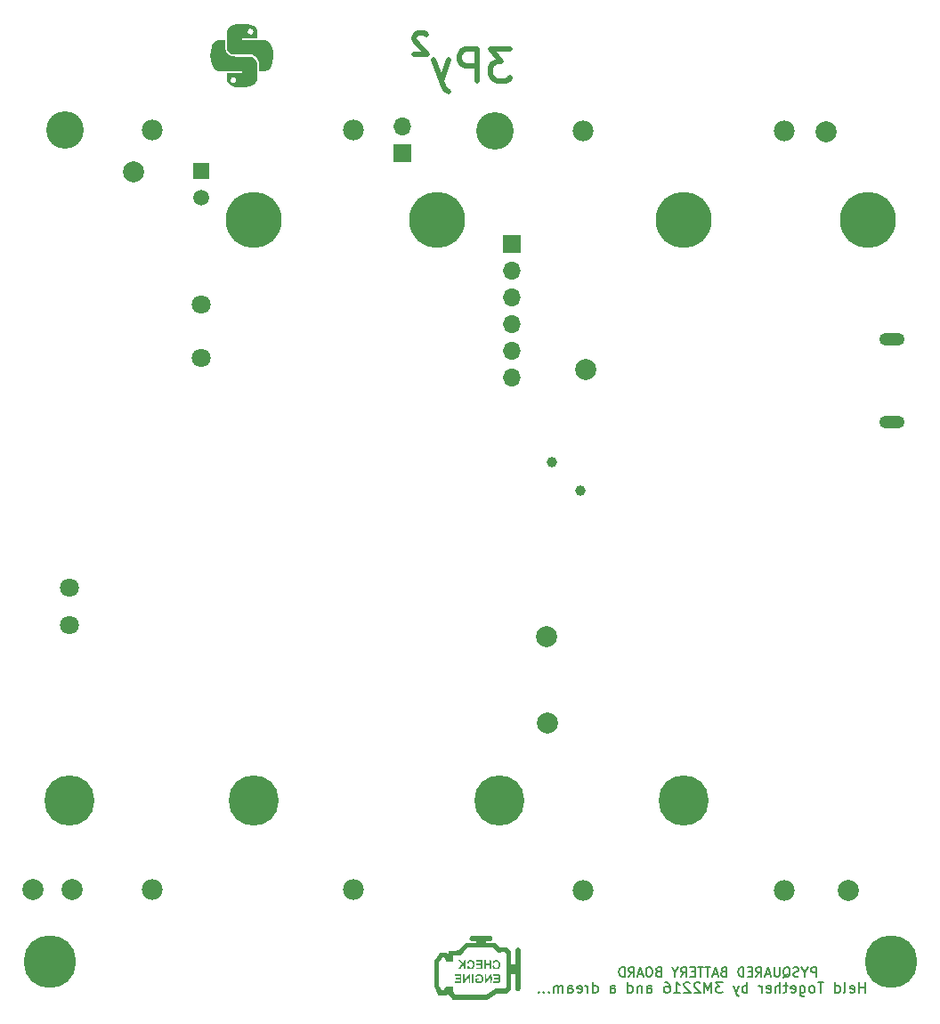
<source format=gbr>
%TF.GenerationSoftware,KiCad,Pcbnew,8.0.2-1*%
%TF.CreationDate,2024-06-05T23:36:57-07:00*%
%TF.ProjectId,Battery_Board_V3a,42617474-6572-4795-9f42-6f6172645f56,rev?*%
%TF.SameCoordinates,Original*%
%TF.FileFunction,Soldermask,Bot*%
%TF.FilePolarity,Negative*%
%FSLAX46Y46*%
G04 Gerber Fmt 4.6, Leading zero omitted, Abs format (unit mm)*
G04 Created by KiCad (PCBNEW 8.0.2-1) date 2024-06-05 23:36:57*
%MOMM*%
%LPD*%
G01*
G04 APERTURE LIST*
%ADD10C,0.500000*%
%ADD11C,0.150000*%
%ADD12C,0.000000*%
%ADD13C,5.000000*%
%ADD14C,2.000000*%
%ADD15R,1.700000X1.700000*%
%ADD16O,1.700000X1.700000*%
%ADD17C,1.800000*%
%ADD18O,2.416000X1.208000*%
%ADD19C,1.000000*%
%ADD20R,1.508000X1.508000*%
%ADD21C,1.508000*%
%ADD22C,4.770000*%
%ADD23C,5.325000*%
%ADD24C,3.570000*%
%ADD25C,1.980000*%
G04 APERTURE END LIST*
D10*
X158278056Y-44742257D02*
X156420913Y-44742257D01*
X156420913Y-44742257D02*
X157420913Y-45885114D01*
X157420913Y-45885114D02*
X156992342Y-45885114D01*
X156992342Y-45885114D02*
X156706628Y-46027971D01*
X156706628Y-46027971D02*
X156563770Y-46170828D01*
X156563770Y-46170828D02*
X156420913Y-46456542D01*
X156420913Y-46456542D02*
X156420913Y-47170828D01*
X156420913Y-47170828D02*
X156563770Y-47456542D01*
X156563770Y-47456542D02*
X156706628Y-47599400D01*
X156706628Y-47599400D02*
X156992342Y-47742257D01*
X156992342Y-47742257D02*
X157849485Y-47742257D01*
X157849485Y-47742257D02*
X158135199Y-47599400D01*
X158135199Y-47599400D02*
X158278056Y-47456542D01*
X155135199Y-47742257D02*
X155135199Y-44742257D01*
X155135199Y-44742257D02*
X153992342Y-44742257D01*
X153992342Y-44742257D02*
X153706627Y-44885114D01*
X153706627Y-44885114D02*
X153563770Y-45027971D01*
X153563770Y-45027971D02*
X153420913Y-45313685D01*
X153420913Y-45313685D02*
X153420913Y-45742257D01*
X153420913Y-45742257D02*
X153563770Y-46027971D01*
X153563770Y-46027971D02*
X153706627Y-46170828D01*
X153706627Y-46170828D02*
X153992342Y-46313685D01*
X153992342Y-46313685D02*
X155135199Y-46313685D01*
X152420913Y-45742257D02*
X151706627Y-47742257D01*
X150992342Y-45742257D02*
X151706627Y-47742257D01*
X151706627Y-47742257D02*
X151992342Y-48456542D01*
X151992342Y-48456542D02*
X152135199Y-48599400D01*
X152135199Y-48599400D02*
X152420913Y-48742257D01*
X150279028Y-43387314D02*
X150183790Y-43292076D01*
X150183790Y-43292076D02*
X149993314Y-43196838D01*
X149993314Y-43196838D02*
X149517123Y-43196838D01*
X149517123Y-43196838D02*
X149326647Y-43292076D01*
X149326647Y-43292076D02*
X149231409Y-43387314D01*
X149231409Y-43387314D02*
X149136171Y-43577790D01*
X149136171Y-43577790D02*
X149136171Y-43768266D01*
X149136171Y-43768266D02*
X149231409Y-44053980D01*
X149231409Y-44053980D02*
X150374266Y-45196838D01*
X150374266Y-45196838D02*
X149136171Y-45196838D01*
D11*
X187342857Y-132908557D02*
X187342857Y-132008557D01*
X187342857Y-132008557D02*
X187000000Y-132008557D01*
X187000000Y-132008557D02*
X186914285Y-132051414D01*
X186914285Y-132051414D02*
X186871428Y-132094271D01*
X186871428Y-132094271D02*
X186828571Y-132179985D01*
X186828571Y-132179985D02*
X186828571Y-132308557D01*
X186828571Y-132308557D02*
X186871428Y-132394271D01*
X186871428Y-132394271D02*
X186914285Y-132437128D01*
X186914285Y-132437128D02*
X187000000Y-132479985D01*
X187000000Y-132479985D02*
X187342857Y-132479985D01*
X186271428Y-132479985D02*
X186271428Y-132908557D01*
X186571428Y-132008557D02*
X186271428Y-132479985D01*
X186271428Y-132479985D02*
X185971428Y-132008557D01*
X185714285Y-132865700D02*
X185585714Y-132908557D01*
X185585714Y-132908557D02*
X185371428Y-132908557D01*
X185371428Y-132908557D02*
X185285714Y-132865700D01*
X185285714Y-132865700D02*
X185242856Y-132822842D01*
X185242856Y-132822842D02*
X185199999Y-132737128D01*
X185199999Y-132737128D02*
X185199999Y-132651414D01*
X185199999Y-132651414D02*
X185242856Y-132565700D01*
X185242856Y-132565700D02*
X185285714Y-132522842D01*
X185285714Y-132522842D02*
X185371428Y-132479985D01*
X185371428Y-132479985D02*
X185542856Y-132437128D01*
X185542856Y-132437128D02*
X185628571Y-132394271D01*
X185628571Y-132394271D02*
X185671428Y-132351414D01*
X185671428Y-132351414D02*
X185714285Y-132265700D01*
X185714285Y-132265700D02*
X185714285Y-132179985D01*
X185714285Y-132179985D02*
X185671428Y-132094271D01*
X185671428Y-132094271D02*
X185628571Y-132051414D01*
X185628571Y-132051414D02*
X185542856Y-132008557D01*
X185542856Y-132008557D02*
X185328571Y-132008557D01*
X185328571Y-132008557D02*
X185199999Y-132051414D01*
X184214285Y-132994271D02*
X184299999Y-132951414D01*
X184299999Y-132951414D02*
X184385713Y-132865700D01*
X184385713Y-132865700D02*
X184514285Y-132737128D01*
X184514285Y-132737128D02*
X184599999Y-132694271D01*
X184599999Y-132694271D02*
X184685713Y-132694271D01*
X184642856Y-132908557D02*
X184728571Y-132865700D01*
X184728571Y-132865700D02*
X184814285Y-132779985D01*
X184814285Y-132779985D02*
X184857142Y-132608557D01*
X184857142Y-132608557D02*
X184857142Y-132308557D01*
X184857142Y-132308557D02*
X184814285Y-132137128D01*
X184814285Y-132137128D02*
X184728571Y-132051414D01*
X184728571Y-132051414D02*
X184642856Y-132008557D01*
X184642856Y-132008557D02*
X184471428Y-132008557D01*
X184471428Y-132008557D02*
X184385713Y-132051414D01*
X184385713Y-132051414D02*
X184299999Y-132137128D01*
X184299999Y-132137128D02*
X184257142Y-132308557D01*
X184257142Y-132308557D02*
X184257142Y-132608557D01*
X184257142Y-132608557D02*
X184299999Y-132779985D01*
X184299999Y-132779985D02*
X184385713Y-132865700D01*
X184385713Y-132865700D02*
X184471428Y-132908557D01*
X184471428Y-132908557D02*
X184642856Y-132908557D01*
X183871428Y-132008557D02*
X183871428Y-132737128D01*
X183871428Y-132737128D02*
X183828571Y-132822842D01*
X183828571Y-132822842D02*
X183785714Y-132865700D01*
X183785714Y-132865700D02*
X183699999Y-132908557D01*
X183699999Y-132908557D02*
X183528571Y-132908557D01*
X183528571Y-132908557D02*
X183442856Y-132865700D01*
X183442856Y-132865700D02*
X183399999Y-132822842D01*
X183399999Y-132822842D02*
X183357142Y-132737128D01*
X183357142Y-132737128D02*
X183357142Y-132008557D01*
X182971428Y-132651414D02*
X182542857Y-132651414D01*
X183057142Y-132908557D02*
X182757142Y-132008557D01*
X182757142Y-132008557D02*
X182457142Y-132908557D01*
X181642856Y-132908557D02*
X181942856Y-132479985D01*
X182157142Y-132908557D02*
X182157142Y-132008557D01*
X182157142Y-132008557D02*
X181814285Y-132008557D01*
X181814285Y-132008557D02*
X181728570Y-132051414D01*
X181728570Y-132051414D02*
X181685713Y-132094271D01*
X181685713Y-132094271D02*
X181642856Y-132179985D01*
X181642856Y-132179985D02*
X181642856Y-132308557D01*
X181642856Y-132308557D02*
X181685713Y-132394271D01*
X181685713Y-132394271D02*
X181728570Y-132437128D01*
X181728570Y-132437128D02*
X181814285Y-132479985D01*
X181814285Y-132479985D02*
X182157142Y-132479985D01*
X181257142Y-132437128D02*
X180957142Y-132437128D01*
X180828570Y-132908557D02*
X181257142Y-132908557D01*
X181257142Y-132908557D02*
X181257142Y-132008557D01*
X181257142Y-132008557D02*
X180828570Y-132008557D01*
X180442856Y-132908557D02*
X180442856Y-132008557D01*
X180442856Y-132008557D02*
X180228570Y-132008557D01*
X180228570Y-132008557D02*
X180099999Y-132051414D01*
X180099999Y-132051414D02*
X180014284Y-132137128D01*
X180014284Y-132137128D02*
X179971427Y-132222842D01*
X179971427Y-132222842D02*
X179928570Y-132394271D01*
X179928570Y-132394271D02*
X179928570Y-132522842D01*
X179928570Y-132522842D02*
X179971427Y-132694271D01*
X179971427Y-132694271D02*
X180014284Y-132779985D01*
X180014284Y-132779985D02*
X180099999Y-132865700D01*
X180099999Y-132865700D02*
X180228570Y-132908557D01*
X180228570Y-132908557D02*
X180442856Y-132908557D01*
X178557142Y-132437128D02*
X178428570Y-132479985D01*
X178428570Y-132479985D02*
X178385713Y-132522842D01*
X178385713Y-132522842D02*
X178342856Y-132608557D01*
X178342856Y-132608557D02*
X178342856Y-132737128D01*
X178342856Y-132737128D02*
X178385713Y-132822842D01*
X178385713Y-132822842D02*
X178428570Y-132865700D01*
X178428570Y-132865700D02*
X178514285Y-132908557D01*
X178514285Y-132908557D02*
X178857142Y-132908557D01*
X178857142Y-132908557D02*
X178857142Y-132008557D01*
X178857142Y-132008557D02*
X178557142Y-132008557D01*
X178557142Y-132008557D02*
X178471428Y-132051414D01*
X178471428Y-132051414D02*
X178428570Y-132094271D01*
X178428570Y-132094271D02*
X178385713Y-132179985D01*
X178385713Y-132179985D02*
X178385713Y-132265700D01*
X178385713Y-132265700D02*
X178428570Y-132351414D01*
X178428570Y-132351414D02*
X178471428Y-132394271D01*
X178471428Y-132394271D02*
X178557142Y-132437128D01*
X178557142Y-132437128D02*
X178857142Y-132437128D01*
X177999999Y-132651414D02*
X177571428Y-132651414D01*
X178085713Y-132908557D02*
X177785713Y-132008557D01*
X177785713Y-132008557D02*
X177485713Y-132908557D01*
X177314284Y-132008557D02*
X176799999Y-132008557D01*
X177057141Y-132908557D02*
X177057141Y-132008557D01*
X176628570Y-132008557D02*
X176114285Y-132008557D01*
X176371427Y-132908557D02*
X176371427Y-132008557D01*
X175814285Y-132437128D02*
X175514285Y-132437128D01*
X175385713Y-132908557D02*
X175814285Y-132908557D01*
X175814285Y-132908557D02*
X175814285Y-132008557D01*
X175814285Y-132008557D02*
X175385713Y-132008557D01*
X174485713Y-132908557D02*
X174785713Y-132479985D01*
X174999999Y-132908557D02*
X174999999Y-132008557D01*
X174999999Y-132008557D02*
X174657142Y-132008557D01*
X174657142Y-132008557D02*
X174571427Y-132051414D01*
X174571427Y-132051414D02*
X174528570Y-132094271D01*
X174528570Y-132094271D02*
X174485713Y-132179985D01*
X174485713Y-132179985D02*
X174485713Y-132308557D01*
X174485713Y-132308557D02*
X174528570Y-132394271D01*
X174528570Y-132394271D02*
X174571427Y-132437128D01*
X174571427Y-132437128D02*
X174657142Y-132479985D01*
X174657142Y-132479985D02*
X174999999Y-132479985D01*
X173928570Y-132479985D02*
X173928570Y-132908557D01*
X174228570Y-132008557D02*
X173928570Y-132479985D01*
X173928570Y-132479985D02*
X173628570Y-132008557D01*
X172342856Y-132437128D02*
X172214284Y-132479985D01*
X172214284Y-132479985D02*
X172171427Y-132522842D01*
X172171427Y-132522842D02*
X172128570Y-132608557D01*
X172128570Y-132608557D02*
X172128570Y-132737128D01*
X172128570Y-132737128D02*
X172171427Y-132822842D01*
X172171427Y-132822842D02*
X172214284Y-132865700D01*
X172214284Y-132865700D02*
X172299999Y-132908557D01*
X172299999Y-132908557D02*
X172642856Y-132908557D01*
X172642856Y-132908557D02*
X172642856Y-132008557D01*
X172642856Y-132008557D02*
X172342856Y-132008557D01*
X172342856Y-132008557D02*
X172257142Y-132051414D01*
X172257142Y-132051414D02*
X172214284Y-132094271D01*
X172214284Y-132094271D02*
X172171427Y-132179985D01*
X172171427Y-132179985D02*
X172171427Y-132265700D01*
X172171427Y-132265700D02*
X172214284Y-132351414D01*
X172214284Y-132351414D02*
X172257142Y-132394271D01*
X172257142Y-132394271D02*
X172342856Y-132437128D01*
X172342856Y-132437128D02*
X172642856Y-132437128D01*
X171571427Y-132008557D02*
X171399999Y-132008557D01*
X171399999Y-132008557D02*
X171314284Y-132051414D01*
X171314284Y-132051414D02*
X171228570Y-132137128D01*
X171228570Y-132137128D02*
X171185713Y-132308557D01*
X171185713Y-132308557D02*
X171185713Y-132608557D01*
X171185713Y-132608557D02*
X171228570Y-132779985D01*
X171228570Y-132779985D02*
X171314284Y-132865700D01*
X171314284Y-132865700D02*
X171399999Y-132908557D01*
X171399999Y-132908557D02*
X171571427Y-132908557D01*
X171571427Y-132908557D02*
X171657142Y-132865700D01*
X171657142Y-132865700D02*
X171742856Y-132779985D01*
X171742856Y-132779985D02*
X171785713Y-132608557D01*
X171785713Y-132608557D02*
X171785713Y-132308557D01*
X171785713Y-132308557D02*
X171742856Y-132137128D01*
X171742856Y-132137128D02*
X171657142Y-132051414D01*
X171657142Y-132051414D02*
X171571427Y-132008557D01*
X170842856Y-132651414D02*
X170414285Y-132651414D01*
X170928570Y-132908557D02*
X170628570Y-132008557D01*
X170628570Y-132008557D02*
X170328570Y-132908557D01*
X169514284Y-132908557D02*
X169814284Y-132479985D01*
X170028570Y-132908557D02*
X170028570Y-132008557D01*
X170028570Y-132008557D02*
X169685713Y-132008557D01*
X169685713Y-132008557D02*
X169599998Y-132051414D01*
X169599998Y-132051414D02*
X169557141Y-132094271D01*
X169557141Y-132094271D02*
X169514284Y-132179985D01*
X169514284Y-132179985D02*
X169514284Y-132308557D01*
X169514284Y-132308557D02*
X169557141Y-132394271D01*
X169557141Y-132394271D02*
X169599998Y-132437128D01*
X169599998Y-132437128D02*
X169685713Y-132479985D01*
X169685713Y-132479985D02*
X170028570Y-132479985D01*
X169128570Y-132908557D02*
X169128570Y-132008557D01*
X169128570Y-132008557D02*
X168914284Y-132008557D01*
X168914284Y-132008557D02*
X168785713Y-132051414D01*
X168785713Y-132051414D02*
X168699998Y-132137128D01*
X168699998Y-132137128D02*
X168657141Y-132222842D01*
X168657141Y-132222842D02*
X168614284Y-132394271D01*
X168614284Y-132394271D02*
X168614284Y-132522842D01*
X168614284Y-132522842D02*
X168657141Y-132694271D01*
X168657141Y-132694271D02*
X168699998Y-132779985D01*
X168699998Y-132779985D02*
X168785713Y-132865700D01*
X168785713Y-132865700D02*
X168914284Y-132908557D01*
X168914284Y-132908557D02*
X169128570Y-132908557D01*
X192023810Y-134454819D02*
X192023810Y-133454819D01*
X192023810Y-133931009D02*
X191452382Y-133931009D01*
X191452382Y-134454819D02*
X191452382Y-133454819D01*
X190595239Y-134407200D02*
X190690477Y-134454819D01*
X190690477Y-134454819D02*
X190880953Y-134454819D01*
X190880953Y-134454819D02*
X190976191Y-134407200D01*
X190976191Y-134407200D02*
X191023810Y-134311961D01*
X191023810Y-134311961D02*
X191023810Y-133931009D01*
X191023810Y-133931009D02*
X190976191Y-133835771D01*
X190976191Y-133835771D02*
X190880953Y-133788152D01*
X190880953Y-133788152D02*
X190690477Y-133788152D01*
X190690477Y-133788152D02*
X190595239Y-133835771D01*
X190595239Y-133835771D02*
X190547620Y-133931009D01*
X190547620Y-133931009D02*
X190547620Y-134026247D01*
X190547620Y-134026247D02*
X191023810Y-134121485D01*
X189976191Y-134454819D02*
X190071429Y-134407200D01*
X190071429Y-134407200D02*
X190119048Y-134311961D01*
X190119048Y-134311961D02*
X190119048Y-133454819D01*
X189166667Y-134454819D02*
X189166667Y-133454819D01*
X189166667Y-134407200D02*
X189261905Y-134454819D01*
X189261905Y-134454819D02*
X189452381Y-134454819D01*
X189452381Y-134454819D02*
X189547619Y-134407200D01*
X189547619Y-134407200D02*
X189595238Y-134359580D01*
X189595238Y-134359580D02*
X189642857Y-134264342D01*
X189642857Y-134264342D02*
X189642857Y-133978628D01*
X189642857Y-133978628D02*
X189595238Y-133883390D01*
X189595238Y-133883390D02*
X189547619Y-133835771D01*
X189547619Y-133835771D02*
X189452381Y-133788152D01*
X189452381Y-133788152D02*
X189261905Y-133788152D01*
X189261905Y-133788152D02*
X189166667Y-133835771D01*
X188071428Y-133454819D02*
X187500000Y-133454819D01*
X187785714Y-134454819D02*
X187785714Y-133454819D01*
X187023809Y-134454819D02*
X187119047Y-134407200D01*
X187119047Y-134407200D02*
X187166666Y-134359580D01*
X187166666Y-134359580D02*
X187214285Y-134264342D01*
X187214285Y-134264342D02*
X187214285Y-133978628D01*
X187214285Y-133978628D02*
X187166666Y-133883390D01*
X187166666Y-133883390D02*
X187119047Y-133835771D01*
X187119047Y-133835771D02*
X187023809Y-133788152D01*
X187023809Y-133788152D02*
X186880952Y-133788152D01*
X186880952Y-133788152D02*
X186785714Y-133835771D01*
X186785714Y-133835771D02*
X186738095Y-133883390D01*
X186738095Y-133883390D02*
X186690476Y-133978628D01*
X186690476Y-133978628D02*
X186690476Y-134264342D01*
X186690476Y-134264342D02*
X186738095Y-134359580D01*
X186738095Y-134359580D02*
X186785714Y-134407200D01*
X186785714Y-134407200D02*
X186880952Y-134454819D01*
X186880952Y-134454819D02*
X187023809Y-134454819D01*
X185833333Y-133788152D02*
X185833333Y-134597676D01*
X185833333Y-134597676D02*
X185880952Y-134692914D01*
X185880952Y-134692914D02*
X185928571Y-134740533D01*
X185928571Y-134740533D02*
X186023809Y-134788152D01*
X186023809Y-134788152D02*
X186166666Y-134788152D01*
X186166666Y-134788152D02*
X186261904Y-134740533D01*
X185833333Y-134407200D02*
X185928571Y-134454819D01*
X185928571Y-134454819D02*
X186119047Y-134454819D01*
X186119047Y-134454819D02*
X186214285Y-134407200D01*
X186214285Y-134407200D02*
X186261904Y-134359580D01*
X186261904Y-134359580D02*
X186309523Y-134264342D01*
X186309523Y-134264342D02*
X186309523Y-133978628D01*
X186309523Y-133978628D02*
X186261904Y-133883390D01*
X186261904Y-133883390D02*
X186214285Y-133835771D01*
X186214285Y-133835771D02*
X186119047Y-133788152D01*
X186119047Y-133788152D02*
X185928571Y-133788152D01*
X185928571Y-133788152D02*
X185833333Y-133835771D01*
X184976190Y-134407200D02*
X185071428Y-134454819D01*
X185071428Y-134454819D02*
X185261904Y-134454819D01*
X185261904Y-134454819D02*
X185357142Y-134407200D01*
X185357142Y-134407200D02*
X185404761Y-134311961D01*
X185404761Y-134311961D02*
X185404761Y-133931009D01*
X185404761Y-133931009D02*
X185357142Y-133835771D01*
X185357142Y-133835771D02*
X185261904Y-133788152D01*
X185261904Y-133788152D02*
X185071428Y-133788152D01*
X185071428Y-133788152D02*
X184976190Y-133835771D01*
X184976190Y-133835771D02*
X184928571Y-133931009D01*
X184928571Y-133931009D02*
X184928571Y-134026247D01*
X184928571Y-134026247D02*
X185404761Y-134121485D01*
X184642856Y-133788152D02*
X184261904Y-133788152D01*
X184499999Y-133454819D02*
X184499999Y-134311961D01*
X184499999Y-134311961D02*
X184452380Y-134407200D01*
X184452380Y-134407200D02*
X184357142Y-134454819D01*
X184357142Y-134454819D02*
X184261904Y-134454819D01*
X183928570Y-134454819D02*
X183928570Y-133454819D01*
X183499999Y-134454819D02*
X183499999Y-133931009D01*
X183499999Y-133931009D02*
X183547618Y-133835771D01*
X183547618Y-133835771D02*
X183642856Y-133788152D01*
X183642856Y-133788152D02*
X183785713Y-133788152D01*
X183785713Y-133788152D02*
X183880951Y-133835771D01*
X183880951Y-133835771D02*
X183928570Y-133883390D01*
X182642856Y-134407200D02*
X182738094Y-134454819D01*
X182738094Y-134454819D02*
X182928570Y-134454819D01*
X182928570Y-134454819D02*
X183023808Y-134407200D01*
X183023808Y-134407200D02*
X183071427Y-134311961D01*
X183071427Y-134311961D02*
X183071427Y-133931009D01*
X183071427Y-133931009D02*
X183023808Y-133835771D01*
X183023808Y-133835771D02*
X182928570Y-133788152D01*
X182928570Y-133788152D02*
X182738094Y-133788152D01*
X182738094Y-133788152D02*
X182642856Y-133835771D01*
X182642856Y-133835771D02*
X182595237Y-133931009D01*
X182595237Y-133931009D02*
X182595237Y-134026247D01*
X182595237Y-134026247D02*
X183071427Y-134121485D01*
X182166665Y-134454819D02*
X182166665Y-133788152D01*
X182166665Y-133978628D02*
X182119046Y-133883390D01*
X182119046Y-133883390D02*
X182071427Y-133835771D01*
X182071427Y-133835771D02*
X181976189Y-133788152D01*
X181976189Y-133788152D02*
X181880951Y-133788152D01*
X180785712Y-134454819D02*
X180785712Y-133454819D01*
X180785712Y-133835771D02*
X180690474Y-133788152D01*
X180690474Y-133788152D02*
X180499998Y-133788152D01*
X180499998Y-133788152D02*
X180404760Y-133835771D01*
X180404760Y-133835771D02*
X180357141Y-133883390D01*
X180357141Y-133883390D02*
X180309522Y-133978628D01*
X180309522Y-133978628D02*
X180309522Y-134264342D01*
X180309522Y-134264342D02*
X180357141Y-134359580D01*
X180357141Y-134359580D02*
X180404760Y-134407200D01*
X180404760Y-134407200D02*
X180499998Y-134454819D01*
X180499998Y-134454819D02*
X180690474Y-134454819D01*
X180690474Y-134454819D02*
X180785712Y-134407200D01*
X179976188Y-133788152D02*
X179738093Y-134454819D01*
X179499998Y-133788152D02*
X179738093Y-134454819D01*
X179738093Y-134454819D02*
X179833331Y-134692914D01*
X179833331Y-134692914D02*
X179880950Y-134740533D01*
X179880950Y-134740533D02*
X179976188Y-134788152D01*
X178452378Y-133454819D02*
X177833331Y-133454819D01*
X177833331Y-133454819D02*
X178166664Y-133835771D01*
X178166664Y-133835771D02*
X178023807Y-133835771D01*
X178023807Y-133835771D02*
X177928569Y-133883390D01*
X177928569Y-133883390D02*
X177880950Y-133931009D01*
X177880950Y-133931009D02*
X177833331Y-134026247D01*
X177833331Y-134026247D02*
X177833331Y-134264342D01*
X177833331Y-134264342D02*
X177880950Y-134359580D01*
X177880950Y-134359580D02*
X177928569Y-134407200D01*
X177928569Y-134407200D02*
X178023807Y-134454819D01*
X178023807Y-134454819D02*
X178309521Y-134454819D01*
X178309521Y-134454819D02*
X178404759Y-134407200D01*
X178404759Y-134407200D02*
X178452378Y-134359580D01*
X177404759Y-134454819D02*
X177404759Y-133454819D01*
X177404759Y-133454819D02*
X177071426Y-134169104D01*
X177071426Y-134169104D02*
X176738093Y-133454819D01*
X176738093Y-133454819D02*
X176738093Y-134454819D01*
X176309521Y-133550057D02*
X176261902Y-133502438D01*
X176261902Y-133502438D02*
X176166664Y-133454819D01*
X176166664Y-133454819D02*
X175928569Y-133454819D01*
X175928569Y-133454819D02*
X175833331Y-133502438D01*
X175833331Y-133502438D02*
X175785712Y-133550057D01*
X175785712Y-133550057D02*
X175738093Y-133645295D01*
X175738093Y-133645295D02*
X175738093Y-133740533D01*
X175738093Y-133740533D02*
X175785712Y-133883390D01*
X175785712Y-133883390D02*
X176357140Y-134454819D01*
X176357140Y-134454819D02*
X175738093Y-134454819D01*
X175357140Y-133550057D02*
X175309521Y-133502438D01*
X175309521Y-133502438D02*
X175214283Y-133454819D01*
X175214283Y-133454819D02*
X174976188Y-133454819D01*
X174976188Y-133454819D02*
X174880950Y-133502438D01*
X174880950Y-133502438D02*
X174833331Y-133550057D01*
X174833331Y-133550057D02*
X174785712Y-133645295D01*
X174785712Y-133645295D02*
X174785712Y-133740533D01*
X174785712Y-133740533D02*
X174833331Y-133883390D01*
X174833331Y-133883390D02*
X175404759Y-134454819D01*
X175404759Y-134454819D02*
X174785712Y-134454819D01*
X173833331Y-134454819D02*
X174404759Y-134454819D01*
X174119045Y-134454819D02*
X174119045Y-133454819D01*
X174119045Y-133454819D02*
X174214283Y-133597676D01*
X174214283Y-133597676D02*
X174309521Y-133692914D01*
X174309521Y-133692914D02*
X174404759Y-133740533D01*
X172976188Y-133454819D02*
X173166664Y-133454819D01*
X173166664Y-133454819D02*
X173261902Y-133502438D01*
X173261902Y-133502438D02*
X173309521Y-133550057D01*
X173309521Y-133550057D02*
X173404759Y-133692914D01*
X173404759Y-133692914D02*
X173452378Y-133883390D01*
X173452378Y-133883390D02*
X173452378Y-134264342D01*
X173452378Y-134264342D02*
X173404759Y-134359580D01*
X173404759Y-134359580D02*
X173357140Y-134407200D01*
X173357140Y-134407200D02*
X173261902Y-134454819D01*
X173261902Y-134454819D02*
X173071426Y-134454819D01*
X173071426Y-134454819D02*
X172976188Y-134407200D01*
X172976188Y-134407200D02*
X172928569Y-134359580D01*
X172928569Y-134359580D02*
X172880950Y-134264342D01*
X172880950Y-134264342D02*
X172880950Y-134026247D01*
X172880950Y-134026247D02*
X172928569Y-133931009D01*
X172928569Y-133931009D02*
X172976188Y-133883390D01*
X172976188Y-133883390D02*
X173071426Y-133835771D01*
X173071426Y-133835771D02*
X173261902Y-133835771D01*
X173261902Y-133835771D02*
X173357140Y-133883390D01*
X173357140Y-133883390D02*
X173404759Y-133931009D01*
X173404759Y-133931009D02*
X173452378Y-134026247D01*
X171261902Y-134454819D02*
X171261902Y-133931009D01*
X171261902Y-133931009D02*
X171309521Y-133835771D01*
X171309521Y-133835771D02*
X171404759Y-133788152D01*
X171404759Y-133788152D02*
X171595235Y-133788152D01*
X171595235Y-133788152D02*
X171690473Y-133835771D01*
X171261902Y-134407200D02*
X171357140Y-134454819D01*
X171357140Y-134454819D02*
X171595235Y-134454819D01*
X171595235Y-134454819D02*
X171690473Y-134407200D01*
X171690473Y-134407200D02*
X171738092Y-134311961D01*
X171738092Y-134311961D02*
X171738092Y-134216723D01*
X171738092Y-134216723D02*
X171690473Y-134121485D01*
X171690473Y-134121485D02*
X171595235Y-134073866D01*
X171595235Y-134073866D02*
X171357140Y-134073866D01*
X171357140Y-134073866D02*
X171261902Y-134026247D01*
X170785711Y-133788152D02*
X170785711Y-134454819D01*
X170785711Y-133883390D02*
X170738092Y-133835771D01*
X170738092Y-133835771D02*
X170642854Y-133788152D01*
X170642854Y-133788152D02*
X170499997Y-133788152D01*
X170499997Y-133788152D02*
X170404759Y-133835771D01*
X170404759Y-133835771D02*
X170357140Y-133931009D01*
X170357140Y-133931009D02*
X170357140Y-134454819D01*
X169452378Y-134454819D02*
X169452378Y-133454819D01*
X169452378Y-134407200D02*
X169547616Y-134454819D01*
X169547616Y-134454819D02*
X169738092Y-134454819D01*
X169738092Y-134454819D02*
X169833330Y-134407200D01*
X169833330Y-134407200D02*
X169880949Y-134359580D01*
X169880949Y-134359580D02*
X169928568Y-134264342D01*
X169928568Y-134264342D02*
X169928568Y-133978628D01*
X169928568Y-133978628D02*
X169880949Y-133883390D01*
X169880949Y-133883390D02*
X169833330Y-133835771D01*
X169833330Y-133835771D02*
X169738092Y-133788152D01*
X169738092Y-133788152D02*
X169547616Y-133788152D01*
X169547616Y-133788152D02*
X169452378Y-133835771D01*
X167785711Y-134454819D02*
X167785711Y-133931009D01*
X167785711Y-133931009D02*
X167833330Y-133835771D01*
X167833330Y-133835771D02*
X167928568Y-133788152D01*
X167928568Y-133788152D02*
X168119044Y-133788152D01*
X168119044Y-133788152D02*
X168214282Y-133835771D01*
X167785711Y-134407200D02*
X167880949Y-134454819D01*
X167880949Y-134454819D02*
X168119044Y-134454819D01*
X168119044Y-134454819D02*
X168214282Y-134407200D01*
X168214282Y-134407200D02*
X168261901Y-134311961D01*
X168261901Y-134311961D02*
X168261901Y-134216723D01*
X168261901Y-134216723D02*
X168214282Y-134121485D01*
X168214282Y-134121485D02*
X168119044Y-134073866D01*
X168119044Y-134073866D02*
X167880949Y-134073866D01*
X167880949Y-134073866D02*
X167785711Y-134026247D01*
X166119044Y-134454819D02*
X166119044Y-133454819D01*
X166119044Y-134407200D02*
X166214282Y-134454819D01*
X166214282Y-134454819D02*
X166404758Y-134454819D01*
X166404758Y-134454819D02*
X166499996Y-134407200D01*
X166499996Y-134407200D02*
X166547615Y-134359580D01*
X166547615Y-134359580D02*
X166595234Y-134264342D01*
X166595234Y-134264342D02*
X166595234Y-133978628D01*
X166595234Y-133978628D02*
X166547615Y-133883390D01*
X166547615Y-133883390D02*
X166499996Y-133835771D01*
X166499996Y-133835771D02*
X166404758Y-133788152D01*
X166404758Y-133788152D02*
X166214282Y-133788152D01*
X166214282Y-133788152D02*
X166119044Y-133835771D01*
X165642853Y-134454819D02*
X165642853Y-133788152D01*
X165642853Y-133978628D02*
X165595234Y-133883390D01*
X165595234Y-133883390D02*
X165547615Y-133835771D01*
X165547615Y-133835771D02*
X165452377Y-133788152D01*
X165452377Y-133788152D02*
X165357139Y-133788152D01*
X164642853Y-134407200D02*
X164738091Y-134454819D01*
X164738091Y-134454819D02*
X164928567Y-134454819D01*
X164928567Y-134454819D02*
X165023805Y-134407200D01*
X165023805Y-134407200D02*
X165071424Y-134311961D01*
X165071424Y-134311961D02*
X165071424Y-133931009D01*
X165071424Y-133931009D02*
X165023805Y-133835771D01*
X165023805Y-133835771D02*
X164928567Y-133788152D01*
X164928567Y-133788152D02*
X164738091Y-133788152D01*
X164738091Y-133788152D02*
X164642853Y-133835771D01*
X164642853Y-133835771D02*
X164595234Y-133931009D01*
X164595234Y-133931009D02*
X164595234Y-134026247D01*
X164595234Y-134026247D02*
X165071424Y-134121485D01*
X163738091Y-134454819D02*
X163738091Y-133931009D01*
X163738091Y-133931009D02*
X163785710Y-133835771D01*
X163785710Y-133835771D02*
X163880948Y-133788152D01*
X163880948Y-133788152D02*
X164071424Y-133788152D01*
X164071424Y-133788152D02*
X164166662Y-133835771D01*
X163738091Y-134407200D02*
X163833329Y-134454819D01*
X163833329Y-134454819D02*
X164071424Y-134454819D01*
X164071424Y-134454819D02*
X164166662Y-134407200D01*
X164166662Y-134407200D02*
X164214281Y-134311961D01*
X164214281Y-134311961D02*
X164214281Y-134216723D01*
X164214281Y-134216723D02*
X164166662Y-134121485D01*
X164166662Y-134121485D02*
X164071424Y-134073866D01*
X164071424Y-134073866D02*
X163833329Y-134073866D01*
X163833329Y-134073866D02*
X163738091Y-134026247D01*
X163261900Y-134454819D02*
X163261900Y-133788152D01*
X163261900Y-133883390D02*
X163214281Y-133835771D01*
X163214281Y-133835771D02*
X163119043Y-133788152D01*
X163119043Y-133788152D02*
X162976186Y-133788152D01*
X162976186Y-133788152D02*
X162880948Y-133835771D01*
X162880948Y-133835771D02*
X162833329Y-133931009D01*
X162833329Y-133931009D02*
X162833329Y-134454819D01*
X162833329Y-133931009D02*
X162785710Y-133835771D01*
X162785710Y-133835771D02*
X162690472Y-133788152D01*
X162690472Y-133788152D02*
X162547615Y-133788152D01*
X162547615Y-133788152D02*
X162452376Y-133835771D01*
X162452376Y-133835771D02*
X162404757Y-133931009D01*
X162404757Y-133931009D02*
X162404757Y-134454819D01*
X161928567Y-134359580D02*
X161880948Y-134407200D01*
X161880948Y-134407200D02*
X161928567Y-134454819D01*
X161928567Y-134454819D02*
X161976186Y-134407200D01*
X161976186Y-134407200D02*
X161928567Y-134359580D01*
X161928567Y-134359580D02*
X161928567Y-134454819D01*
X161452377Y-134359580D02*
X161404758Y-134407200D01*
X161404758Y-134407200D02*
X161452377Y-134454819D01*
X161452377Y-134454819D02*
X161499996Y-134407200D01*
X161499996Y-134407200D02*
X161452377Y-134359580D01*
X161452377Y-134359580D02*
X161452377Y-134454819D01*
X160976187Y-134359580D02*
X160928568Y-134407200D01*
X160928568Y-134407200D02*
X160976187Y-134454819D01*
X160976187Y-134454819D02*
X161023806Y-134407200D01*
X161023806Y-134407200D02*
X160976187Y-134359580D01*
X160976187Y-134359580D02*
X160976187Y-134454819D01*
D12*
%TO.C,G\u002A\u002A\u002A*%
G36*
X134174852Y-43117799D02*
G01*
X134177834Y-43266698D01*
X134185149Y-43684884D01*
X133463599Y-43690775D01*
X132742048Y-43696667D01*
X132742048Y-43875226D01*
X134996354Y-43897546D01*
X135123981Y-43957364D01*
X135176190Y-43983977D01*
X135335174Y-44096820D01*
X135467032Y-44243909D01*
X135570161Y-44423158D01*
X135642958Y-44632481D01*
X135702482Y-44919058D01*
X135733980Y-45244052D01*
X135724999Y-45568413D01*
X135675777Y-45901395D01*
X135626719Y-46104582D01*
X135553729Y-46313444D01*
X135464650Y-46483351D01*
X135358188Y-46616232D01*
X135233052Y-46714017D01*
X135087948Y-46778633D01*
X135041555Y-46788499D01*
X134949178Y-46798833D01*
X134828713Y-46805832D01*
X134689456Y-46808794D01*
X134382558Y-46810287D01*
X134382558Y-46446699D01*
X134381656Y-46329933D01*
X134375611Y-46167471D01*
X134362680Y-46035404D01*
X134341468Y-45925011D01*
X134310581Y-45827569D01*
X134268623Y-45734355D01*
X134263248Y-45724149D01*
X134186470Y-45613676D01*
X134080453Y-45503595D01*
X133957689Y-45405422D01*
X133830673Y-45330673D01*
X133679483Y-45259057D01*
X132764368Y-45247897D01*
X132554995Y-45245299D01*
X132365757Y-45242702D01*
X132212431Y-45240072D01*
X132090468Y-45237128D01*
X131995320Y-45233590D01*
X131922441Y-45229175D01*
X131867281Y-45223603D01*
X131825293Y-45216592D01*
X131791930Y-45207862D01*
X131762642Y-45197130D01*
X131732884Y-45184117D01*
X131641980Y-45130922D01*
X131531177Y-45037099D01*
X131433520Y-44924420D01*
X131362218Y-44806348D01*
X131355691Y-44791967D01*
X131344564Y-44764341D01*
X131335591Y-44733876D01*
X131328541Y-44695926D01*
X131323182Y-44645848D01*
X131319282Y-44578996D01*
X131316611Y-44490727D01*
X131314937Y-44376396D01*
X131314027Y-44231358D01*
X131313651Y-44050970D01*
X131313577Y-43830586D01*
X131313577Y-42995509D01*
X133294158Y-42995509D01*
X133295075Y-43091202D01*
X133334097Y-43190233D01*
X133337537Y-43195633D01*
X133391433Y-43254372D01*
X133456056Y-43296252D01*
X133510034Y-43315148D01*
X133603173Y-43323385D01*
X133685477Y-43291419D01*
X133765002Y-43217187D01*
X133773521Y-43206835D01*
X133811415Y-43147228D01*
X133826816Y-43082427D01*
X133824760Y-42993591D01*
X133816954Y-42946373D01*
X133779638Y-42873796D01*
X133705958Y-42813921D01*
X133645516Y-42785332D01*
X133548322Y-42770814D01*
X133458428Y-42790807D01*
X133381995Y-42839077D01*
X133325185Y-42909390D01*
X133294158Y-42995509D01*
X131313577Y-42995509D01*
X131313577Y-42960111D01*
X131368208Y-42849094D01*
X131377753Y-42830480D01*
X131475330Y-42690870D01*
X131605919Y-42569998D01*
X131759923Y-42476982D01*
X131844590Y-42441727D01*
X131974093Y-42402468D01*
X132123703Y-42373357D01*
X132299424Y-42353558D01*
X132507258Y-42342232D01*
X132753208Y-42338544D01*
X132823033Y-42338842D01*
X133124799Y-42349293D01*
X133385789Y-42374912D01*
X133607119Y-42416029D01*
X133789900Y-42472971D01*
X133935248Y-42546069D01*
X134044274Y-42635651D01*
X134118093Y-42742047D01*
X134133522Y-42775220D01*
X134148213Y-42815640D01*
X134158821Y-42862460D01*
X134166216Y-42923328D01*
X134171269Y-43005892D01*
X134173719Y-43082427D01*
X134174852Y-43117799D01*
G37*
G36*
X134173654Y-47615283D02*
G01*
X134168750Y-47670551D01*
X134162105Y-47712251D01*
X134153454Y-47745187D01*
X134142529Y-47774160D01*
X134129064Y-47803974D01*
X134065118Y-47905777D01*
X133967558Y-48012098D01*
X133850149Y-48107773D01*
X133724809Y-48181667D01*
X133631458Y-48220551D01*
X133496912Y-48266868D01*
X133348732Y-48310428D01*
X133203263Y-48346476D01*
X133076846Y-48370256D01*
X133068312Y-48371466D01*
X132840520Y-48390257D01*
X132606720Y-48385769D01*
X132373951Y-48359764D01*
X132149255Y-48314004D01*
X131939672Y-48250250D01*
X131752244Y-48170265D01*
X131594011Y-48075811D01*
X131472014Y-47968650D01*
X131466726Y-47962730D01*
X131407178Y-47887968D01*
X131363485Y-47811690D01*
X131333405Y-47725322D01*
X131324388Y-47674699D01*
X131664398Y-47674699D01*
X131687433Y-47762271D01*
X131740949Y-47838319D01*
X131826706Y-47894144D01*
X131858081Y-47906053D01*
X131956139Y-47922501D01*
X132041838Y-47898331D01*
X132123205Y-47831856D01*
X132154076Y-47792557D01*
X132193437Y-47699596D01*
X132197508Y-47603798D01*
X132169900Y-47513965D01*
X132114222Y-47438899D01*
X132034084Y-47387405D01*
X131933097Y-47368284D01*
X131841861Y-47383186D01*
X131760575Y-47429847D01*
X131702729Y-47499787D01*
X131670083Y-47584304D01*
X131664398Y-47674699D01*
X131324388Y-47674699D01*
X131314695Y-47620285D01*
X131305113Y-47488004D01*
X131302417Y-47319902D01*
X131302417Y-47011784D01*
X132022233Y-47005895D01*
X132742048Y-47000006D01*
X132748912Y-46905147D01*
X132755775Y-46810287D01*
X131620230Y-46810287D01*
X131547363Y-46810286D01*
X131284559Y-46810152D01*
X131061617Y-46809475D01*
X130874722Y-46807814D01*
X130720056Y-46804727D01*
X130593804Y-46799771D01*
X130492148Y-46792505D01*
X130411273Y-46782486D01*
X130347361Y-46769272D01*
X130296597Y-46752421D01*
X130255164Y-46731491D01*
X130219245Y-46706039D01*
X130185024Y-46675623D01*
X130148684Y-46639802D01*
X130102874Y-46588496D01*
X130011475Y-46451410D01*
X129929621Y-46282593D01*
X129859771Y-46090541D01*
X129804382Y-45883753D01*
X129765912Y-45670727D01*
X129746820Y-45459958D01*
X129749562Y-45259946D01*
X129765360Y-45095330D01*
X129803607Y-44843687D01*
X129856202Y-44614324D01*
X129921644Y-44411608D01*
X129998435Y-44239905D01*
X130085073Y-44103580D01*
X130180059Y-44007001D01*
X130202399Y-43990414D01*
X130262161Y-43952307D01*
X130324803Y-43924824D01*
X130398666Y-43906277D01*
X130492091Y-43894978D01*
X130613420Y-43889237D01*
X130770994Y-43887365D01*
X131121206Y-43886386D01*
X131128112Y-44316043D01*
X131135019Y-44745700D01*
X131206634Y-44896891D01*
X131266996Y-45005915D01*
X131392445Y-45162441D01*
X131546112Y-45286832D01*
X131723495Y-45375752D01*
X131920095Y-45425864D01*
X131958992Y-45429737D01*
X132046187Y-45434684D01*
X132166866Y-45439099D01*
X132314592Y-45442826D01*
X132482926Y-45445711D01*
X132665429Y-45447598D01*
X132855663Y-45448334D01*
X133638873Y-45448776D01*
X133775708Y-45517153D01*
X133799685Y-45529685D01*
X133942756Y-45630887D01*
X134057369Y-45760102D01*
X134136295Y-45909467D01*
X134146597Y-45938601D01*
X134156441Y-45973235D01*
X134164251Y-46013451D01*
X134170261Y-46064130D01*
X134174700Y-46130154D01*
X134177802Y-46216407D01*
X134179797Y-46327770D01*
X134180918Y-46469126D01*
X134181395Y-46645357D01*
X134181461Y-46861344D01*
X134181426Y-46967333D01*
X134181215Y-47162480D01*
X134180600Y-47320046D01*
X134179312Y-47444833D01*
X134177086Y-47541645D01*
X134174189Y-47603798D01*
X134173654Y-47615283D01*
G37*
G36*
X154742237Y-132687478D02*
G01*
X154760774Y-132693910D01*
X154763804Y-132698305D01*
X154766878Y-132709127D01*
X154769346Y-132727605D01*
X154771268Y-132755477D01*
X154772704Y-132794481D01*
X154773716Y-132846357D01*
X154774364Y-132912843D01*
X154774708Y-132995680D01*
X154774809Y-133096604D01*
X154774793Y-133125188D01*
X154774386Y-133235404D01*
X154773430Y-133327445D01*
X154771935Y-133400984D01*
X154769910Y-133455690D01*
X154767363Y-133491233D01*
X154764301Y-133507284D01*
X154759470Y-133514596D01*
X154747939Y-133522036D01*
X154727367Y-133524752D01*
X154692424Y-133523982D01*
X154631054Y-133521046D01*
X154631054Y-132688259D01*
X154688897Y-132685261D01*
X154710118Y-132684838D01*
X154742237Y-132687478D01*
G37*
G36*
X155936745Y-132684843D02*
G01*
X155961231Y-132687796D01*
X155984333Y-132693594D01*
X155984333Y-132966870D01*
X155984604Y-133037718D01*
X155985452Y-133104553D01*
X155986809Y-133159990D01*
X155988606Y-133201922D01*
X155990773Y-133228241D01*
X155993240Y-133236841D01*
X155997065Y-133232736D01*
X156011061Y-133214072D01*
X156033757Y-133182142D01*
X156063798Y-133138903D01*
X156099827Y-133086311D01*
X156140488Y-133026323D01*
X156184425Y-132960898D01*
X156366703Y-132688259D01*
X156424208Y-132685261D01*
X156445190Y-132684839D01*
X156477224Y-132687478D01*
X156495747Y-132693910D01*
X156499243Y-132699482D01*
X156502186Y-132711255D01*
X156504548Y-132730872D01*
X156506388Y-132760045D01*
X156507764Y-132800487D01*
X156508734Y-132853908D01*
X156509354Y-132922021D01*
X156509684Y-133006538D01*
X156509782Y-133109171D01*
X156509754Y-133144749D01*
X156509459Y-133230140D01*
X156508868Y-133308475D01*
X156508018Y-133377626D01*
X156506944Y-133435464D01*
X156505685Y-133479860D01*
X156504276Y-133508686D01*
X156502753Y-133519813D01*
X156493267Y-133522645D01*
X156468740Y-133524402D01*
X156435833Y-133523944D01*
X156375941Y-133521046D01*
X156370984Y-133238493D01*
X156366027Y-132955941D01*
X156344863Y-132985683D01*
X156341995Y-132989792D01*
X156327524Y-133011046D01*
X156304220Y-133045633D01*
X156273630Y-133091244D01*
X156237300Y-133145574D01*
X156196774Y-133206314D01*
X156153600Y-133271158D01*
X155983502Y-133526890D01*
X155850492Y-133521046D01*
X155850492Y-132688259D01*
X155894310Y-132685128D01*
X155904070Y-132684599D01*
X155936745Y-132684843D01*
G37*
G36*
X155538439Y-131353362D02*
G01*
X155571607Y-131354211D01*
X155587768Y-131355520D01*
X155612553Y-131361188D01*
X155615140Y-131773723D01*
X155617726Y-132186258D01*
X155590354Y-132189405D01*
X155588602Y-132189558D01*
X155568388Y-132190126D01*
X155531669Y-132190315D01*
X155481232Y-132190140D01*
X155419862Y-132189618D01*
X155350347Y-132188764D01*
X155275472Y-132187596D01*
X154987963Y-132182638D01*
X154988769Y-132125652D01*
X154989556Y-132101025D01*
X154991587Y-132075674D01*
X154994247Y-132063994D01*
X154997084Y-132063330D01*
X155016304Y-132061963D01*
X155051092Y-132060707D01*
X155098559Y-132059635D01*
X155155813Y-132058819D01*
X155219965Y-132058331D01*
X155249583Y-132058151D01*
X155311996Y-132057450D01*
X155366786Y-132056403D01*
X155410901Y-132055092D01*
X155441292Y-132053600D01*
X155454905Y-132052008D01*
X155456270Y-132051340D01*
X155462296Y-132042509D01*
X155466150Y-132022763D01*
X155468197Y-131989141D01*
X155468798Y-131938682D01*
X155468798Y-131830687D01*
X155266369Y-131830687D01*
X155253288Y-131830674D01*
X155192117Y-131830278D01*
X155137780Y-131829389D01*
X155093526Y-131828098D01*
X155062602Y-131826495D01*
X155048258Y-131824669D01*
X155039202Y-131816281D01*
X155034069Y-131796061D01*
X155032576Y-131760227D01*
X155032834Y-131734180D01*
X155033733Y-131709947D01*
X155035055Y-131699823D01*
X155036759Y-131699559D01*
X155053738Y-131698583D01*
X155086527Y-131697277D01*
X155132218Y-131695743D01*
X155187907Y-131694080D01*
X155250687Y-131692388D01*
X155463841Y-131686932D01*
X155463841Y-131488649D01*
X155007791Y-131478735D01*
X155007791Y-131359766D01*
X155285387Y-131354809D01*
X155291972Y-131354693D01*
X155365028Y-131353638D01*
X155432334Y-131353069D01*
X155491076Y-131352979D01*
X155538439Y-131353362D01*
G37*
G36*
X153401703Y-132683546D02*
G01*
X153463589Y-132683924D01*
X153518365Y-132684677D01*
X153562935Y-132685819D01*
X153594207Y-132687362D01*
X153609088Y-132689320D01*
X153612319Y-132691654D01*
X153615642Y-132698213D01*
X153618324Y-132710497D01*
X153620433Y-132730270D01*
X153622036Y-132759295D01*
X153623197Y-132799334D01*
X153623985Y-132852150D01*
X153624465Y-132919505D01*
X153624705Y-133003164D01*
X153624770Y-133104887D01*
X153624761Y-133135471D01*
X153624559Y-133236150D01*
X153624061Y-133318857D01*
X153623221Y-133385052D01*
X153621996Y-133436195D01*
X153620343Y-133473745D01*
X153618218Y-133499163D01*
X153615577Y-133513907D01*
X153612377Y-133519437D01*
X153612179Y-133519511D01*
X153597340Y-133521285D01*
X153566077Y-133522703D01*
X153521409Y-133523773D01*
X153466358Y-133524505D01*
X153403944Y-133524910D01*
X153337190Y-133524996D01*
X153269115Y-133524774D01*
X153202741Y-133524253D01*
X153141088Y-133523442D01*
X153087179Y-133522351D01*
X153044033Y-133520990D01*
X153014672Y-133519369D01*
X153002117Y-133517496D01*
X152997813Y-133512823D01*
X152992300Y-133490577D01*
X152992203Y-133450727D01*
X152995223Y-133392162D01*
X153471101Y-133382248D01*
X153471101Y-133164137D01*
X153044793Y-133154223D01*
X153041842Y-133092260D01*
X153040801Y-133062796D01*
X153040741Y-133038421D01*
X153041842Y-133028317D01*
X153043590Y-133028053D01*
X153060688Y-133027077D01*
X153093587Y-133025772D01*
X153139373Y-133024237D01*
X153195131Y-133022573D01*
X153257947Y-133020881D01*
X153471101Y-133015425D01*
X153473936Y-132918946D01*
X153476772Y-132822467D01*
X153245911Y-132819805D01*
X153015051Y-132817143D01*
X153012031Y-132758578D01*
X153011419Y-132738388D01*
X153013923Y-132706641D01*
X153021945Y-132691809D01*
X153029207Y-132690311D01*
X153054263Y-132688428D01*
X153093860Y-132686829D01*
X153144905Y-132685527D01*
X153204306Y-132684534D01*
X153268968Y-132683864D01*
X153335798Y-132683531D01*
X153401703Y-132683546D01*
G37*
G36*
X157050102Y-132683546D02*
G01*
X157111989Y-132683924D01*
X157166764Y-132684677D01*
X157211335Y-132685819D01*
X157242607Y-132687362D01*
X157257488Y-132689320D01*
X157260683Y-132691611D01*
X157264015Y-132698123D01*
X157266706Y-132710347D01*
X157268821Y-132730047D01*
X157270428Y-132758988D01*
X157271593Y-132798933D01*
X157272383Y-132851649D01*
X157272864Y-132918899D01*
X157273104Y-133002448D01*
X157273170Y-133104061D01*
X157273138Y-133144089D01*
X157272850Y-133229733D01*
X157272288Y-133308220D01*
X157271487Y-133377439D01*
X157270480Y-133435278D01*
X157269301Y-133479624D01*
X157267983Y-133508367D01*
X157266560Y-133519394D01*
X157265289Y-133519959D01*
X157248923Y-133521842D01*
X157216497Y-133523345D01*
X157170986Y-133524479D01*
X157115364Y-133525252D01*
X157052605Y-133525674D01*
X156985684Y-133525753D01*
X156917575Y-133525500D01*
X156851251Y-133524922D01*
X156789688Y-133524030D01*
X156735858Y-133522832D01*
X156692737Y-133521338D01*
X156663299Y-133519556D01*
X156650517Y-133517496D01*
X156646213Y-133512823D01*
X156640700Y-133490577D01*
X156640603Y-133450727D01*
X156643622Y-133392162D01*
X156884040Y-133389508D01*
X157124458Y-133386853D01*
X157124458Y-133159567D01*
X156908825Y-133156895D01*
X156693193Y-133154223D01*
X156690168Y-133101369D01*
X156689750Y-133083762D01*
X156692348Y-133052835D01*
X156698818Y-133034449D01*
X156699442Y-133033760D01*
X156707934Y-133029038D01*
X156724407Y-133025515D01*
X156751228Y-133023041D01*
X156790768Y-133021463D01*
X156845394Y-133020627D01*
X156917475Y-133020382D01*
X157124458Y-133020382D01*
X157124458Y-132822465D01*
X156893954Y-132819804D01*
X156663451Y-132817143D01*
X156660431Y-132758578D01*
X156659819Y-132738388D01*
X156662323Y-132706641D01*
X156670345Y-132691809D01*
X156677606Y-132690311D01*
X156702662Y-132688428D01*
X156742260Y-132686829D01*
X156793305Y-132685527D01*
X156852705Y-132684534D01*
X156917367Y-132683864D01*
X156984197Y-132683531D01*
X157050102Y-132683546D01*
G37*
G36*
X156973860Y-131343754D02*
G01*
X157043666Y-131360177D01*
X157121196Y-131394223D01*
X157185340Y-131442887D01*
X157236116Y-131506190D01*
X157273542Y-131584149D01*
X157297637Y-131676783D01*
X157301550Y-131699947D01*
X157306767Y-131739297D01*
X157307806Y-131772506D01*
X157304652Y-131808080D01*
X157297287Y-131854521D01*
X157277478Y-131938663D01*
X157243546Y-132022501D01*
X157198128Y-132090330D01*
X157141313Y-132142052D01*
X157073192Y-132177564D01*
X156993852Y-132196766D01*
X156927981Y-132201669D01*
X156839841Y-132195067D01*
X156761749Y-132172581D01*
X156694681Y-132134662D01*
X156639615Y-132081758D01*
X156597528Y-132014320D01*
X156587086Y-131991189D01*
X156572190Y-131947713D01*
X156571069Y-131916726D01*
X156584671Y-131896150D01*
X156613945Y-131883910D01*
X156659837Y-131877931D01*
X156679596Y-131877079D01*
X156695099Y-131879880D01*
X156706715Y-131890170D01*
X156718264Y-131911561D01*
X156733566Y-131947666D01*
X156763726Y-131997019D01*
X156806770Y-132034343D01*
X156858982Y-132058105D01*
X156916847Y-132067260D01*
X156976848Y-132060759D01*
X157035471Y-132037557D01*
X157072740Y-132010973D01*
X157107165Y-131969016D01*
X157130683Y-131914605D01*
X157144019Y-131845956D01*
X157147899Y-131761288D01*
X157147857Y-131755766D01*
X157146521Y-131704708D01*
X157143030Y-131667469D01*
X157136593Y-131638581D01*
X157126420Y-131612576D01*
X157099236Y-131564665D01*
X157057550Y-131519686D01*
X157005925Y-131490882D01*
X156942409Y-131476812D01*
X156926378Y-131475528D01*
X156863958Y-131479320D01*
X156812764Y-131499036D01*
X156771286Y-131535507D01*
X156738012Y-131589569D01*
X156716666Y-131634980D01*
X156660969Y-131628434D01*
X156655772Y-131627797D01*
X156613015Y-131619119D01*
X156587846Y-131604904D01*
X156579322Y-131582981D01*
X156586504Y-131551183D01*
X156608452Y-131507339D01*
X156620625Y-131487627D01*
X156672239Y-131426819D01*
X156735360Y-131381137D01*
X156807997Y-131351471D01*
X156888161Y-131338713D01*
X156973860Y-131343754D01*
G37*
G36*
X153892154Y-132684471D02*
G01*
X153916426Y-132689320D01*
X153920225Y-132691935D01*
X153924135Y-132699425D01*
X153927098Y-132713596D01*
X153929238Y-132736642D01*
X153930683Y-132770751D01*
X153931559Y-132818116D01*
X153931992Y-132880926D01*
X153932108Y-132961373D01*
X153932108Y-132961878D01*
X153932387Y-133032445D01*
X153933166Y-133096302D01*
X153934370Y-133150825D01*
X153935925Y-133193391D01*
X153937757Y-133221377D01*
X153939792Y-133232158D01*
X153943724Y-133229015D01*
X153957706Y-133211730D01*
X153980331Y-133181089D01*
X154010269Y-133138973D01*
X154046187Y-133087262D01*
X154086754Y-133027839D01*
X154130639Y-132962583D01*
X154313802Y-132688259D01*
X154362716Y-132685163D01*
X154377893Y-132684514D01*
X154410967Y-132684996D01*
X154434593Y-132687830D01*
X154457557Y-132693594D01*
X154457557Y-133104015D01*
X154457547Y-133135686D01*
X154457344Y-133236304D01*
X154456843Y-133318963D01*
X154456002Y-133385122D01*
X154454776Y-133436237D01*
X154453124Y-133473768D01*
X154450999Y-133499173D01*
X154448361Y-133513910D01*
X154445164Y-133519437D01*
X154423548Y-133523991D01*
X154393158Y-133525438D01*
X154361379Y-133523968D01*
X154335254Y-133519915D01*
X154321823Y-133513610D01*
X154321808Y-133513588D01*
X154319506Y-133500603D01*
X154317093Y-133470523D01*
X154314694Y-133426063D01*
X154312436Y-133369935D01*
X154310445Y-133304855D01*
X154308845Y-133233536D01*
X154303888Y-132965855D01*
X153931168Y-133526003D01*
X153869179Y-133526003D01*
X153840936Y-133524864D01*
X153811386Y-133520592D01*
X153795293Y-133514106D01*
X153794489Y-133512712D01*
X153791453Y-133495450D01*
X153788858Y-133461597D01*
X153786705Y-133413754D01*
X153784993Y-133354522D01*
X153783723Y-133286503D01*
X153782893Y-133212296D01*
X153782506Y-133134504D01*
X153782559Y-133055727D01*
X153783054Y-132978566D01*
X153783990Y-132905623D01*
X153785368Y-132839497D01*
X153787187Y-132782791D01*
X153789448Y-132738106D01*
X153792150Y-132708041D01*
X153795293Y-132695199D01*
X153803220Y-132690857D01*
X153827897Y-132685611D01*
X153860093Y-132683359D01*
X153892154Y-132684471D01*
G37*
G36*
X154537813Y-131341416D02*
G01*
X154613768Y-131356537D01*
X154684915Y-131385113D01*
X154747832Y-131426827D01*
X154799097Y-131481362D01*
X154822613Y-131516301D01*
X154849103Y-131568032D01*
X154866306Y-131623497D01*
X154875661Y-131687850D01*
X154878607Y-131766245D01*
X154878363Y-131812004D01*
X154876627Y-131854897D01*
X154872612Y-131888332D01*
X154865576Y-131918015D01*
X154854777Y-131949656D01*
X154840353Y-131985936D01*
X154814074Y-132039145D01*
X154784120Y-132081999D01*
X154746693Y-132120505D01*
X154741906Y-132124762D01*
X154692836Y-132160128D01*
X154638263Y-132183233D01*
X154571569Y-132196966D01*
X154544272Y-132200642D01*
X154518851Y-132204142D01*
X154507127Y-132205861D01*
X154506518Y-132205906D01*
X154492474Y-132204828D01*
X154464827Y-132201765D01*
X154428837Y-132197293D01*
X154418093Y-132195742D01*
X154340369Y-132174010D01*
X154273117Y-132135645D01*
X154217480Y-132081479D01*
X154174603Y-132012343D01*
X154166494Y-131994613D01*
X154150908Y-131951434D01*
X154149004Y-131920463D01*
X154161981Y-131899067D01*
X154191034Y-131884618D01*
X154237363Y-131874484D01*
X154253389Y-131872086D01*
X154272595Y-131872327D01*
X154283775Y-131882321D01*
X154294455Y-131906258D01*
X154312636Y-131948680D01*
X154332043Y-131984238D01*
X154353101Y-132010359D01*
X154379337Y-132032278D01*
X154394070Y-132041597D01*
X154446480Y-132061139D01*
X154506036Y-132067171D01*
X154566442Y-132058800D01*
X154610020Y-132040234D01*
X154654935Y-132003152D01*
X154690547Y-131952461D01*
X154715841Y-131890770D01*
X154729800Y-131820687D01*
X154731407Y-131744819D01*
X154719646Y-131665774D01*
X154709392Y-131626485D01*
X154697372Y-131595247D01*
X154680950Y-131569556D01*
X154656348Y-131542024D01*
X154641144Y-131527370D01*
X154592080Y-131493872D01*
X154536898Y-131477194D01*
X154471624Y-131475911D01*
X154448548Y-131478861D01*
X154394708Y-131496927D01*
X154352751Y-131530516D01*
X154321152Y-131580691D01*
X154296365Y-131634833D01*
X154243964Y-131628674D01*
X154231363Y-131627136D01*
X154194613Y-131621178D01*
X154172975Y-131613655D01*
X154162723Y-131602688D01*
X154160133Y-131586400D01*
X154161071Y-131576355D01*
X154171734Y-131542213D01*
X154191601Y-131502340D01*
X154217303Y-131462907D01*
X154245472Y-131430080D01*
X154254349Y-131421825D01*
X154315317Y-131379955D01*
X154385165Y-131352808D01*
X154460471Y-131340068D01*
X154537813Y-131341416D01*
G37*
G36*
X153979627Y-131351626D02*
G01*
X154007268Y-131357257D01*
X154022543Y-131366236D01*
X154023228Y-131368643D01*
X154024941Y-131387901D01*
X154026396Y-131424009D01*
X154027561Y-131474787D01*
X154028405Y-131538057D01*
X154028894Y-131611639D01*
X154028997Y-131693353D01*
X154028682Y-131781021D01*
X154026292Y-132182448D01*
X153996550Y-132189103D01*
X153975618Y-132191682D01*
X153942421Y-132191427D01*
X153910890Y-132187693D01*
X153890048Y-132181153D01*
X153889314Y-132180059D01*
X153886656Y-132164521D01*
X153884504Y-132133899D01*
X153883063Y-132091972D01*
X153882537Y-132042518D01*
X153882537Y-131908526D01*
X153782831Y-131805902D01*
X153755107Y-131838147D01*
X153752452Y-131841325D01*
X153734599Y-131864585D01*
X153709396Y-131899300D01*
X153679811Y-131941327D01*
X153648813Y-131986522D01*
X153643574Y-131994250D01*
X153611474Y-132040982D01*
X153580442Y-132085234D01*
X153553786Y-132122333D01*
X153534814Y-132147603D01*
X153499386Y-132192553D01*
X153420802Y-132187596D01*
X153380303Y-132184058D01*
X153354575Y-132177788D01*
X153343744Y-132166297D01*
X153347223Y-132147054D01*
X153364426Y-132117525D01*
X153394765Y-132075178D01*
X153439240Y-132014972D01*
X153492162Y-131942998D01*
X153540061Y-131877483D01*
X153581801Y-131820001D01*
X153616244Y-131772126D01*
X153642254Y-131735432D01*
X153658694Y-131711492D01*
X153664426Y-131701880D01*
X153663201Y-131699953D01*
X153651142Y-131686395D01*
X153627843Y-131661883D01*
X153595328Y-131628503D01*
X153555625Y-131588345D01*
X153510757Y-131543496D01*
X153491932Y-131524688D01*
X153448830Y-131480874D01*
X153411754Y-131442136D01*
X153382745Y-131410667D01*
X153363843Y-131388661D01*
X153357088Y-131378312D01*
X153357721Y-131371648D01*
X153363176Y-131363645D01*
X153377342Y-131358659D01*
X153403925Y-131355671D01*
X153446631Y-131353659D01*
X153520672Y-131351005D01*
X153693345Y-131526404D01*
X153730660Y-131564112D01*
X153775211Y-131608578D01*
X153813822Y-131646494D01*
X153844520Y-131675946D01*
X153865329Y-131695020D01*
X153874278Y-131701803D01*
X153876454Y-131695818D01*
X153878880Y-131672985D01*
X153880807Y-131636096D01*
X153882078Y-131588368D01*
X153882537Y-131533018D01*
X153882537Y-131531244D01*
X153882627Y-131470241D01*
X153883137Y-131426083D01*
X153884435Y-131395858D01*
X153886887Y-131376654D01*
X153890862Y-131365561D01*
X153896725Y-131359668D01*
X153904844Y-131356063D01*
X153916348Y-131352919D01*
X153946895Y-131349970D01*
X153979627Y-131351626D01*
G37*
G36*
X155907498Y-131353640D02*
G01*
X155909185Y-131353819D01*
X155915267Y-131356741D01*
X155919546Y-131365265D01*
X155922332Y-131382236D01*
X155923937Y-131410498D01*
X155924672Y-131452897D01*
X155924848Y-131512278D01*
X155924896Y-131560324D01*
X155925311Y-131605850D01*
X155926501Y-131636881D01*
X155928874Y-131656401D01*
X155932835Y-131667393D01*
X155938793Y-131672841D01*
X155947155Y-131675726D01*
X155954123Y-131676852D01*
X155980350Y-131678790D01*
X156020257Y-131680359D01*
X156069823Y-131681422D01*
X156125024Y-131681840D01*
X156165683Y-131681703D01*
X156219514Y-131680617D01*
X156256646Y-131678332D01*
X156279028Y-131674703D01*
X156288607Y-131669582D01*
X156289931Y-131665652D01*
X156292859Y-131644214D01*
X156295503Y-131608480D01*
X156297616Y-131562284D01*
X156298951Y-131509459D01*
X156299414Y-131484353D01*
X156300744Y-131435320D01*
X156302404Y-131395352D01*
X156304227Y-131368034D01*
X156306046Y-131356957D01*
X156313636Y-131355038D01*
X156336427Y-131353531D01*
X156368165Y-131353457D01*
X156395305Y-131354951D01*
X156422962Y-131360790D01*
X156438197Y-131371936D01*
X156438769Y-131372813D01*
X156441965Y-131382733D01*
X156444506Y-131401410D01*
X156446430Y-131430423D01*
X156447774Y-131471355D01*
X156448576Y-131525787D01*
X156448874Y-131595299D01*
X156448707Y-131681473D01*
X156448111Y-131785891D01*
X156445340Y-132182638D01*
X156373462Y-132185551D01*
X156301585Y-132188464D01*
X156299632Y-132116152D01*
X156298963Y-132076129D01*
X156298870Y-132020205D01*
X156299579Y-131969485D01*
X156299790Y-131926950D01*
X156298498Y-131884707D01*
X156295967Y-131852994D01*
X156290456Y-131810859D01*
X156113670Y-131810859D01*
X156100208Y-131810865D01*
X156039357Y-131811165D01*
X155995141Y-131812083D01*
X155964871Y-131813849D01*
X155945861Y-131816693D01*
X155935421Y-131820847D01*
X155930866Y-131826541D01*
X155929285Y-131836723D01*
X155927516Y-131864587D01*
X155926110Y-131905858D01*
X155925183Y-131956951D01*
X155924848Y-132014281D01*
X155924848Y-132186339D01*
X155892627Y-132190303D01*
X155863994Y-132191935D01*
X155828458Y-132189554D01*
X155799512Y-132183167D01*
X155783723Y-132173773D01*
X155783232Y-132172141D01*
X155781660Y-132154579D01*
X155780214Y-132120030D01*
X155778935Y-132070679D01*
X155777863Y-132008712D01*
X155777037Y-131936311D01*
X155776499Y-131855663D01*
X155776288Y-131768952D01*
X155776136Y-131375094D01*
X155798443Y-131361860D01*
X155798908Y-131361586D01*
X155814140Y-131354857D01*
X155833958Y-131351543D01*
X155863398Y-131351264D01*
X155907498Y-131353640D01*
G37*
G36*
X155367053Y-132678977D02*
G01*
X155407303Y-132684939D01*
X155442625Y-132694982D01*
X155480800Y-132710802D01*
X155487063Y-132713732D01*
X155553114Y-132753977D01*
X155608061Y-132804866D01*
X155647648Y-132862532D01*
X155649045Y-132865291D01*
X155685060Y-132957188D01*
X155703857Y-133053210D01*
X155705374Y-133149978D01*
X155689549Y-133244115D01*
X155656321Y-133332245D01*
X155646741Y-133349707D01*
X155602157Y-133407557D01*
X155543328Y-133458368D01*
X155474416Y-133498995D01*
X155399581Y-133526294D01*
X155385266Y-133528698D01*
X155350921Y-133531308D01*
X155306787Y-133532438D01*
X155258908Y-133531848D01*
X155247130Y-133531459D01*
X155201703Y-133529294D01*
X155168008Y-133525452D01*
X155139367Y-133518394D01*
X155109104Y-133506584D01*
X155070539Y-133488484D01*
X155054883Y-133480764D01*
X155015373Y-133460106D01*
X154981999Y-133441095D01*
X154960699Y-133427051D01*
X154933435Y-133405594D01*
X154933435Y-133248037D01*
X154933455Y-133221897D01*
X154933791Y-133169605D01*
X154934824Y-133132849D01*
X154936909Y-133108568D01*
X154940406Y-133093702D01*
X154945671Y-133085191D01*
X154953061Y-133079975D01*
X154955137Y-133079088D01*
X154977049Y-133075290D01*
X155016336Y-133072818D01*
X155070977Y-133071757D01*
X155138951Y-133072191D01*
X155305215Y-133074910D01*
X155305215Y-133203794D01*
X155082147Y-133209400D01*
X155082147Y-133333989D01*
X155143037Y-133363076D01*
X155146544Y-133364742D01*
X155179875Y-133379058D01*
X155209570Y-133387335D01*
X155243434Y-133391113D01*
X155289271Y-133391932D01*
X155297059Y-133391897D01*
X155339677Y-133390632D01*
X155370473Y-133386564D01*
X155396383Y-133378277D01*
X155424344Y-133364355D01*
X155449926Y-133348208D01*
X155496195Y-133303199D01*
X155528749Y-133244644D01*
X155548165Y-133171645D01*
X155551331Y-133148099D01*
X155552750Y-133072113D01*
X155541197Y-133001176D01*
X155517902Y-132938004D01*
X155484094Y-132885308D01*
X155441002Y-132845802D01*
X155389855Y-132822199D01*
X155372064Y-132818317D01*
X155329488Y-132813080D01*
X155282898Y-132811062D01*
X155240116Y-132812465D01*
X155208967Y-132817494D01*
X155206890Y-132818147D01*
X155163939Y-132841226D01*
X155125139Y-132879013D01*
X155095534Y-132926655D01*
X155071659Y-132978804D01*
X155016531Y-132965989D01*
X154993160Y-132960234D01*
X154963237Y-132949876D01*
X154948561Y-132937095D01*
X154946282Y-132918482D01*
X154953551Y-132890626D01*
X154975893Y-132837312D01*
X155018596Y-132775510D01*
X155074566Y-132728289D01*
X155143539Y-132695805D01*
X155225252Y-132678212D01*
X155319443Y-132675664D01*
X155367053Y-132678977D01*
G37*
G36*
X158351124Y-133968524D02*
G01*
X158349665Y-134019544D01*
X158347980Y-134058153D01*
X158346045Y-134085452D01*
X158343838Y-134102541D01*
X158341337Y-134110521D01*
X158340592Y-134111508D01*
X158328577Y-134125203D01*
X158304954Y-134150816D01*
X158271599Y-134186361D01*
X158230386Y-134229847D01*
X158183191Y-134279287D01*
X158131887Y-134332692D01*
X157934777Y-134537244D01*
X156946895Y-134537244D01*
X156829958Y-134615107D01*
X156827445Y-134616780D01*
X156786842Y-134643725D01*
X156733387Y-134679085D01*
X156670537Y-134720579D01*
X156601752Y-134765924D01*
X156530490Y-134812840D01*
X156460211Y-134859043D01*
X156442879Y-134870432D01*
X156377203Y-134913643D01*
X156314956Y-134954682D01*
X156258770Y-134991808D01*
X156211273Y-135023282D01*
X156175097Y-135047364D01*
X156152873Y-135062314D01*
X156124936Y-135080800D01*
X156100109Y-135096092D01*
X156085954Y-135103409D01*
X156078423Y-135103745D01*
X156052011Y-135104116D01*
X156007675Y-135104437D01*
X155946463Y-135104708D01*
X155869428Y-135104929D01*
X155777621Y-135105099D01*
X155672093Y-135105217D01*
X155553895Y-135105284D01*
X155424077Y-135105298D01*
X155283692Y-135105258D01*
X155133790Y-135105166D01*
X154975423Y-135105019D01*
X154809640Y-135104817D01*
X154637495Y-135104560D01*
X154460036Y-135104247D01*
X152846511Y-135101187D01*
X152781980Y-135034848D01*
X152755188Y-135007072D01*
X152717690Y-134967851D01*
X152673473Y-134921364D01*
X152626001Y-134871256D01*
X152578741Y-134821169D01*
X152545108Y-134785499D01*
X152504430Y-134741670D01*
X152474326Y-134706458D01*
X152453190Y-134676175D01*
X152439418Y-134647128D01*
X152431407Y-134615627D01*
X152427552Y-134577982D01*
X152426249Y-134530503D01*
X152425895Y-134469498D01*
X152425658Y-134444397D01*
X152424427Y-134398612D01*
X152422038Y-134369344D01*
X152418237Y-134354278D01*
X152412768Y-134351103D01*
X152410498Y-134352739D01*
X152397544Y-134367307D01*
X152375866Y-134394848D01*
X152347294Y-134432940D01*
X152313659Y-134479159D01*
X152276790Y-134531085D01*
X152153206Y-134707186D01*
X151815783Y-134700964D01*
X151756116Y-134699802D01*
X151679471Y-134698121D01*
X151610370Y-134696392D01*
X151551269Y-134694687D01*
X151504625Y-134693079D01*
X151472894Y-134691639D01*
X151458533Y-134690441D01*
X151454485Y-134688974D01*
X151437231Y-134673816D01*
X151421745Y-134648871D01*
X151417687Y-134640057D01*
X151404573Y-134611911D01*
X151385227Y-134570609D01*
X151361087Y-134519219D01*
X151333595Y-134460808D01*
X151304191Y-134398446D01*
X151289427Y-134367154D01*
X151259571Y-134303820D01*
X151231664Y-134244553D01*
X151207336Y-134192818D01*
X151188217Y-134152081D01*
X151175937Y-134125808D01*
X151162302Y-134096597D01*
X151141681Y-134052608D01*
X151118070Y-134002377D01*
X151094354Y-133952049D01*
X151040430Y-133837774D01*
X151034318Y-132621915D01*
X151028949Y-131553925D01*
X151483318Y-131553925D01*
X151483318Y-133679007D01*
X151597565Y-133947021D01*
X151605458Y-133965523D01*
X151634281Y-134032846D01*
X151660575Y-134093897D01*
X151683298Y-134146278D01*
X151701406Y-134187594D01*
X151713858Y-134215448D01*
X151719609Y-134227444D01*
X151733761Y-134234434D01*
X151767196Y-134239512D01*
X151819140Y-134242316D01*
X151910876Y-134244777D01*
X151962734Y-134160507D01*
X151980654Y-134131280D01*
X152012357Y-134079271D01*
X152046136Y-134023579D01*
X152077171Y-133972139D01*
X152077465Y-133971649D01*
X152102645Y-133930605D01*
X152125089Y-133895531D01*
X152142359Y-133870135D01*
X152152022Y-133858126D01*
X152160632Y-133856712D01*
X152186831Y-133855501D01*
X152227678Y-133854780D01*
X152280355Y-133854510D01*
X152342040Y-133854650D01*
X152409915Y-133855161D01*
X152481159Y-133856003D01*
X152552954Y-133857136D01*
X152622478Y-133858520D01*
X152686914Y-133860116D01*
X152743440Y-133861882D01*
X152789237Y-133863781D01*
X152821485Y-133865771D01*
X152837365Y-133867813D01*
X152839782Y-133872594D01*
X152843694Y-133896054D01*
X152847750Y-133938640D01*
X152851919Y-133999926D01*
X152856168Y-134079485D01*
X152860466Y-134176890D01*
X152872885Y-134482717D01*
X152934054Y-134544454D01*
X152941823Y-134552215D01*
X152975267Y-134584132D01*
X153006985Y-134612376D01*
X153031016Y-134631592D01*
X153066809Y-134656991D01*
X153353225Y-134654485D01*
X153358497Y-134654439D01*
X153409559Y-134654007D01*
X153478546Y-134653440D01*
X153563774Y-134652752D01*
X153663560Y-134651956D01*
X153776221Y-134651065D01*
X153900074Y-134650092D01*
X154033436Y-134649050D01*
X154174624Y-134647953D01*
X154321955Y-134646814D01*
X154473746Y-134645645D01*
X154628314Y-134644461D01*
X154783975Y-134643274D01*
X154949675Y-134641998D01*
X155107836Y-134640737D01*
X155248271Y-134639551D01*
X155372062Y-134638417D01*
X155480294Y-134637312D01*
X155574049Y-134636212D01*
X155654410Y-134635094D01*
X155722462Y-134633934D01*
X155779287Y-134632709D01*
X155825969Y-134631394D01*
X155863591Y-134629967D01*
X155893236Y-134628404D01*
X155915989Y-134626682D01*
X155932932Y-134624776D01*
X155945149Y-134622664D01*
X155953722Y-134620321D01*
X155959737Y-134617725D01*
X155969325Y-134612377D01*
X155997923Y-134595564D01*
X156034838Y-134573182D01*
X156074497Y-134548587D01*
X156093993Y-134536382D01*
X156138962Y-134508348D01*
X156192795Y-134474893D01*
X156250364Y-134439201D01*
X156306542Y-134404458D01*
X156310507Y-134402009D01*
X156367423Y-134366810D01*
X156435237Y-134324803D01*
X156508463Y-134279390D01*
X156581616Y-134233972D01*
X156649210Y-134191952D01*
X156843166Y-134071280D01*
X157105260Y-134070322D01*
X157143003Y-134070130D01*
X157231019Y-134069343D01*
X157322712Y-134068130D01*
X157412207Y-134066586D01*
X157493626Y-134064806D01*
X157561093Y-134062887D01*
X157754833Y-134056409D01*
X157887835Y-133937439D01*
X157887383Y-132356136D01*
X157886932Y-130774832D01*
X157808157Y-130691730D01*
X157729382Y-130608627D01*
X157079844Y-130612033D01*
X156856859Y-130388573D01*
X156633873Y-130165113D01*
X154202158Y-130165113D01*
X153960556Y-130415271D01*
X153929730Y-130447187D01*
X153865677Y-130513487D01*
X153801577Y-130579816D01*
X153740194Y-130643317D01*
X153684292Y-130701130D01*
X153636634Y-130750396D01*
X153599985Y-130788255D01*
X153481015Y-130911081D01*
X153177207Y-130906164D01*
X153145457Y-130905684D01*
X153071876Y-130904850D01*
X153005638Y-130904479D01*
X152949237Y-130904563D01*
X152905170Y-130905091D01*
X152875934Y-130906053D01*
X152864026Y-130907438D01*
X152863934Y-130907510D01*
X152861090Y-130919330D01*
X152857846Y-130948249D01*
X152854389Y-130991642D01*
X152850903Y-131046882D01*
X152847576Y-131111342D01*
X152844592Y-131182397D01*
X152844529Y-131184076D01*
X152841617Y-131255343D01*
X152838519Y-131320252D01*
X152835399Y-131376112D01*
X152832420Y-131420230D01*
X152829747Y-131449914D01*
X152827543Y-131462472D01*
X152826587Y-131463384D01*
X152814205Y-131466724D01*
X152787455Y-131469369D01*
X152745245Y-131471357D01*
X152686485Y-131472728D01*
X152610084Y-131473522D01*
X152514952Y-131473778D01*
X152209349Y-131473778D01*
X152154105Y-131387030D01*
X152132277Y-131352589D01*
X152098956Y-131299643D01*
X152063721Y-131243335D01*
X152031312Y-131191226D01*
X151963763Y-131082170D01*
X151897224Y-131079243D01*
X151891140Y-131078997D01*
X151846073Y-131079682D01*
X151814240Y-131087126D01*
X151790130Y-131103546D01*
X151768234Y-131131161D01*
X151763009Y-131138971D01*
X151745904Y-131164435D01*
X151720630Y-131201995D01*
X151689076Y-131248844D01*
X151653129Y-131302178D01*
X151614680Y-131359193D01*
X151483318Y-131553925D01*
X151028949Y-131553925D01*
X151028206Y-131406055D01*
X151139271Y-131246644D01*
X151166420Y-131207633D01*
X151215448Y-131137035D01*
X151267944Y-131061295D01*
X151319160Y-130987267D01*
X151364348Y-130921805D01*
X151364541Y-130921525D01*
X151402665Y-130866227D01*
X151440089Y-130811978D01*
X151474176Y-130762599D01*
X151502289Y-130721908D01*
X151521791Y-130693727D01*
X151565220Y-130631077D01*
X152204008Y-130631077D01*
X152306991Y-130760013D01*
X152332621Y-130791611D01*
X152364866Y-130829869D01*
X152391682Y-130859953D01*
X152410824Y-130879367D01*
X152420046Y-130885618D01*
X152420516Y-130885350D01*
X152424012Y-130875590D01*
X152427358Y-130851554D01*
X152430608Y-130812317D01*
X152433818Y-130756952D01*
X152437042Y-130684535D01*
X152440335Y-130594140D01*
X152443751Y-130484844D01*
X152444988Y-130442709D01*
X152862034Y-130442709D01*
X152946043Y-130442597D01*
X153050950Y-130442035D01*
X153136876Y-130440988D01*
X153204319Y-130439445D01*
X153253778Y-130437392D01*
X153285750Y-130434816D01*
X153300734Y-130431706D01*
X153302795Y-130430314D01*
X153318006Y-130417168D01*
X153345368Y-130391777D01*
X153383473Y-130355502D01*
X153430916Y-130309706D01*
X153486291Y-130255751D01*
X153548192Y-130194997D01*
X153615213Y-130128808D01*
X153685948Y-130058546D01*
X154049507Y-129696388D01*
X154540542Y-129701265D01*
X154574152Y-129701594D01*
X154681939Y-129702558D01*
X154771899Y-129703171D01*
X154845591Y-129703404D01*
X154904576Y-129703227D01*
X154950415Y-129702612D01*
X154984668Y-129701528D01*
X155008896Y-129699946D01*
X155024659Y-129697837D01*
X155033518Y-129695171D01*
X155037033Y-129691920D01*
X155039714Y-129676185D01*
X155041722Y-129646659D01*
X155042490Y-129610276D01*
X155042490Y-129542852D01*
X154802073Y-129536055D01*
X154757670Y-129534651D01*
X154691641Y-129532000D01*
X154632697Y-129528966D01*
X154584025Y-129525745D01*
X154548808Y-129522529D01*
X154530230Y-129519513D01*
X154515556Y-129512998D01*
X154483111Y-129489225D01*
X154449314Y-129454924D01*
X154418744Y-129415038D01*
X154395976Y-129374511D01*
X154384911Y-129341334D01*
X154380224Y-129281489D01*
X154392641Y-129220946D01*
X154421171Y-129163471D01*
X154464825Y-129112828D01*
X154465856Y-129111898D01*
X154484726Y-129096143D01*
X154502919Y-129085377D01*
X154525538Y-129077880D01*
X154557689Y-129071937D01*
X154604473Y-129065829D01*
X154630879Y-129063715D01*
X154676688Y-129061647D01*
X154738339Y-129059815D01*
X154813759Y-129058220D01*
X154900875Y-129056865D01*
X154997615Y-129055752D01*
X155101903Y-129054882D01*
X155211668Y-129054259D01*
X155324836Y-129053884D01*
X155439334Y-129053760D01*
X155553089Y-129053887D01*
X155664026Y-129054269D01*
X155770074Y-129054907D01*
X155869159Y-129055804D01*
X155959207Y-129056962D01*
X156038146Y-129058382D01*
X156103902Y-129060067D01*
X156154402Y-129062019D01*
X156187572Y-129064239D01*
X156207033Y-129066061D01*
X156261249Y-129070303D01*
X156313978Y-129073429D01*
X156356113Y-129074863D01*
X156393046Y-129076665D01*
X156431897Y-129081253D01*
X156459853Y-129087511D01*
X156471233Y-129092554D01*
X156504420Y-129118082D01*
X156536561Y-129156597D01*
X156564099Y-129203323D01*
X156583475Y-129253480D01*
X156591759Y-129285494D01*
X156594382Y-129309400D01*
X156590441Y-129332349D01*
X156579615Y-129363551D01*
X156571452Y-129382931D01*
X156551056Y-129421642D01*
X156529744Y-129452980D01*
X156512414Y-129471984D01*
X156492913Y-129487650D01*
X156469274Y-129499778D01*
X156438882Y-129508960D01*
X156399123Y-129515787D01*
X156347380Y-129520849D01*
X156281040Y-129524736D01*
X156197487Y-129528041D01*
X155979376Y-129535566D01*
X155982908Y-129614879D01*
X155983298Y-129622567D01*
X155986756Y-129660563D01*
X155991862Y-129688493D01*
X155997780Y-129701476D01*
X156002608Y-129702396D01*
X156025346Y-129703882D01*
X156064576Y-129705243D01*
X156118199Y-129706442D01*
X156184117Y-129707444D01*
X156260233Y-129708213D01*
X156344446Y-129708714D01*
X156434659Y-129708911D01*
X156860199Y-129709063D01*
X157084034Y-129932035D01*
X157307869Y-130155008D01*
X157922545Y-130156004D01*
X158125785Y-130348209D01*
X158329024Y-130540415D01*
X158335158Y-130766679D01*
X158335870Y-130794312D01*
X158337707Y-130878322D01*
X158339403Y-130973063D01*
X158340858Y-131071934D01*
X158341971Y-131168335D01*
X158342639Y-131255667D01*
X158343026Y-131309124D01*
X158343961Y-131387416D01*
X158345259Y-131462960D01*
X158346830Y-131531485D01*
X158348587Y-131588721D01*
X158350440Y-131630399D01*
X158356893Y-131742407D01*
X158561070Y-131739455D01*
X158765246Y-131736503D01*
X158761926Y-131245753D01*
X158761551Y-131173073D01*
X158761477Y-131040791D01*
X158762179Y-130914319D01*
X158763611Y-130795216D01*
X158765727Y-130685037D01*
X158768479Y-130585340D01*
X158771822Y-130497682D01*
X158775709Y-130423621D01*
X158780094Y-130364713D01*
X158784930Y-130322516D01*
X158790171Y-130298587D01*
X158798534Y-130283667D01*
X158818283Y-130257709D01*
X158843379Y-130230213D01*
X158856895Y-130217202D01*
X158914115Y-130173649D01*
X158970524Y-130149826D01*
X159026516Y-130145688D01*
X159082485Y-130161188D01*
X159138828Y-130196283D01*
X159142429Y-130199174D01*
X159172326Y-130227884D01*
X159194283Y-130260623D01*
X159209850Y-130301322D01*
X159220578Y-130353911D01*
X159228019Y-130422322D01*
X159228961Y-130441609D01*
X159230039Y-130480892D01*
X159231137Y-130537868D01*
X159232248Y-130611415D01*
X159233362Y-130700407D01*
X159234470Y-130803720D01*
X159235562Y-130920231D01*
X159236629Y-131048816D01*
X159237663Y-131188350D01*
X159238652Y-131337710D01*
X159239589Y-131495771D01*
X159240465Y-131661410D01*
X159241269Y-131833503D01*
X159241992Y-132010925D01*
X159242626Y-132192553D01*
X159242933Y-132290351D01*
X159243581Y-132513880D01*
X159244085Y-132718743D01*
X159244434Y-132905763D01*
X159244616Y-133075762D01*
X159244619Y-133229562D01*
X159244433Y-133367986D01*
X159244045Y-133491857D01*
X159243446Y-133601998D01*
X159242622Y-133699230D01*
X159241563Y-133784376D01*
X159240257Y-133858260D01*
X159238694Y-133921702D01*
X159236861Y-133975527D01*
X159234748Y-134020557D01*
X159232342Y-134057614D01*
X159229633Y-134087520D01*
X159226609Y-134111099D01*
X159223259Y-134129173D01*
X159219572Y-134142564D01*
X159215535Y-134152095D01*
X159214245Y-134154440D01*
X159188927Y-134189475D01*
X159153072Y-134227104D01*
X159113190Y-134261121D01*
X159075790Y-134285321D01*
X159036130Y-134301622D01*
X158985792Y-134308939D01*
X158937649Y-134298612D01*
X158889540Y-134270068D01*
X158839304Y-134222736D01*
X158835150Y-134218224D01*
X158819174Y-134201275D01*
X158805332Y-134186333D01*
X158793472Y-134171941D01*
X158783442Y-134156645D01*
X158775090Y-134138988D01*
X158768263Y-134117515D01*
X158762808Y-134090770D01*
X158758574Y-134057298D01*
X158755409Y-134015643D01*
X158753160Y-133964350D01*
X158751674Y-133901962D01*
X158750800Y-133827025D01*
X158750386Y-133738083D01*
X158750278Y-133633680D01*
X158750325Y-133512360D01*
X158750375Y-133372668D01*
X158750375Y-132663055D01*
X158358767Y-132668431D01*
X158356222Y-133380666D01*
X158355795Y-133488744D01*
X158355135Y-133618325D01*
X158354361Y-133729993D01*
X158353449Y-133824849D01*
X158352377Y-133903992D01*
X158351728Y-133937439D01*
X158351124Y-133968524D01*
G37*
%TD*%
D13*
%TO.C,*%
X194500000Y-131530000D03*
%TD*%
D14*
%TO.C,TP6*%
X122428000Y-56388000D03*
%TD*%
%TO.C,TP1*%
X161720000Y-100590000D03*
%TD*%
%TO.C,TP2*%
X116620000Y-124620000D03*
%TD*%
D15*
%TO.C,J25*%
X158440000Y-63220000D03*
D16*
X158440000Y-65760000D03*
X158440000Y-68300000D03*
X158440000Y-70840000D03*
X158440000Y-73380000D03*
X158440000Y-75920000D03*
%TD*%
D17*
%TO.C,J18*%
X116315001Y-99472500D03*
X116315001Y-95972500D03*
%TD*%
D15*
%TO.C,J1*%
X147990000Y-54600000D03*
D16*
X147990000Y-52060000D03*
%TD*%
D14*
%TO.C,TP9*%
X161760000Y-108820000D03*
%TD*%
%TO.C,TP8*%
X165470000Y-75160000D03*
%TD*%
%TO.C,TP5*%
X188260000Y-52580000D03*
%TD*%
D18*
%TO.C,J24*%
X194550000Y-80197500D03*
X194550000Y-72297500D03*
%TD*%
D19*
%TO.C,J23*%
X164940000Y-86730000D03*
X162245924Y-84035924D03*
%TD*%
D20*
%TO.C,K1*%
X128862500Y-56350000D03*
D21*
X128862500Y-58890000D03*
D17*
X128862500Y-74130000D03*
X128862500Y-69050000D03*
%TD*%
D13*
%TO.C,*%
X114500000Y-131530000D03*
%TD*%
D14*
%TO.C,TP4*%
X112860000Y-124670000D03*
%TD*%
%TO.C,TP3*%
X190450000Y-124720000D03*
%TD*%
D22*
%TO.C,U2*%
X133828500Y-116160000D03*
X116298500Y-116160000D03*
D23*
X133828500Y-60960000D03*
X151298500Y-60960000D03*
D24*
X115878500Y-52450000D03*
D25*
X124248500Y-124670000D03*
X143378500Y-124670000D03*
X124248500Y-52450000D03*
X143378500Y-52450000D03*
%TD*%
D22*
%TO.C,U4*%
X174790000Y-116180000D03*
X157260000Y-116180000D03*
D23*
X174790000Y-60980000D03*
X192260000Y-60980000D03*
D24*
X156840000Y-52470000D03*
D25*
X165210000Y-124690000D03*
X184340000Y-124690000D03*
X165210000Y-52470000D03*
X184340000Y-52470000D03*
%TD*%
M02*

</source>
